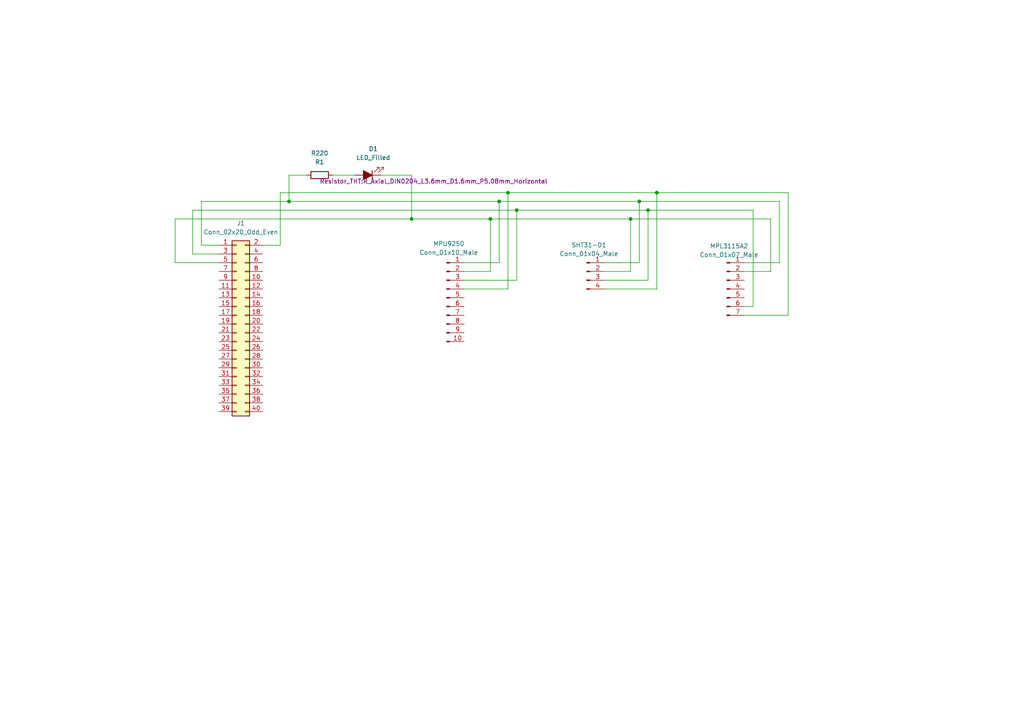
<source format=kicad_sch>
(kicad_sch (version 20211123) (generator eeschema)

  (uuid 3ee225a3-6072-48d0-974d-5f000b70bc5d)

  (paper "A4")

  (lib_symbols
    (symbol "Connector:Conn_01x04_Male" (pin_names (offset 1.016) hide) (in_bom yes) (on_board yes)
      (property "Reference" "J" (id 0) (at 0 5.08 0)
        (effects (font (size 1.27 1.27)))
      )
      (property "Value" "Conn_01x04_Male" (id 1) (at 0 -7.62 0)
        (effects (font (size 1.27 1.27)))
      )
      (property "Footprint" "" (id 2) (at 0 0 0)
        (effects (font (size 1.27 1.27)) hide)
      )
      (property "Datasheet" "~" (id 3) (at 0 0 0)
        (effects (font (size 1.27 1.27)) hide)
      )
      (property "ki_keywords" "connector" (id 4) (at 0 0 0)
        (effects (font (size 1.27 1.27)) hide)
      )
      (property "ki_description" "Generic connector, single row, 01x04, script generated (kicad-library-utils/schlib/autogen/connector/)" (id 5) (at 0 0 0)
        (effects (font (size 1.27 1.27)) hide)
      )
      (property "ki_fp_filters" "Connector*:*_1x??_*" (id 6) (at 0 0 0)
        (effects (font (size 1.27 1.27)) hide)
      )
      (symbol "Conn_01x04_Male_1_1"
        (polyline
          (pts
            (xy 1.27 -5.08)
            (xy 0.8636 -5.08)
          )
          (stroke (width 0.1524) (type default) (color 0 0 0 0))
          (fill (type none))
        )
        (polyline
          (pts
            (xy 1.27 -2.54)
            (xy 0.8636 -2.54)
          )
          (stroke (width 0.1524) (type default) (color 0 0 0 0))
          (fill (type none))
        )
        (polyline
          (pts
            (xy 1.27 0)
            (xy 0.8636 0)
          )
          (stroke (width 0.1524) (type default) (color 0 0 0 0))
          (fill (type none))
        )
        (polyline
          (pts
            (xy 1.27 2.54)
            (xy 0.8636 2.54)
          )
          (stroke (width 0.1524) (type default) (color 0 0 0 0))
          (fill (type none))
        )
        (rectangle (start 0.8636 -4.953) (end 0 -5.207)
          (stroke (width 0.1524) (type default) (color 0 0 0 0))
          (fill (type outline))
        )
        (rectangle (start 0.8636 -2.413) (end 0 -2.667)
          (stroke (width 0.1524) (type default) (color 0 0 0 0))
          (fill (type outline))
        )
        (rectangle (start 0.8636 0.127) (end 0 -0.127)
          (stroke (width 0.1524) (type default) (color 0 0 0 0))
          (fill (type outline))
        )
        (rectangle (start 0.8636 2.667) (end 0 2.413)
          (stroke (width 0.1524) (type default) (color 0 0 0 0))
          (fill (type outline))
        )
        (pin passive line (at 5.08 2.54 180) (length 3.81)
          (name "Pin_1" (effects (font (size 1.27 1.27))))
          (number "1" (effects (font (size 1.27 1.27))))
        )
        (pin passive line (at 5.08 0 180) (length 3.81)
          (name "Pin_2" (effects (font (size 1.27 1.27))))
          (number "2" (effects (font (size 1.27 1.27))))
        )
        (pin passive line (at 5.08 -2.54 180) (length 3.81)
          (name "Pin_3" (effects (font (size 1.27 1.27))))
          (number "3" (effects (font (size 1.27 1.27))))
        )
        (pin passive line (at 5.08 -5.08 180) (length 3.81)
          (name "Pin_4" (effects (font (size 1.27 1.27))))
          (number "4" (effects (font (size 1.27 1.27))))
        )
      )
    )
    (symbol "Connector:Conn_01x07_Male" (pin_names (offset 1.016) hide) (in_bom yes) (on_board yes)
      (property "Reference" "J" (id 0) (at 0 10.16 0)
        (effects (font (size 1.27 1.27)))
      )
      (property "Value" "Conn_01x07_Male" (id 1) (at 0 -10.16 0)
        (effects (font (size 1.27 1.27)))
      )
      (property "Footprint" "" (id 2) (at 0 0 0)
        (effects (font (size 1.27 1.27)) hide)
      )
      (property "Datasheet" "~" (id 3) (at 0 0 0)
        (effects (font (size 1.27 1.27)) hide)
      )
      (property "ki_keywords" "connector" (id 4) (at 0 0 0)
        (effects (font (size 1.27 1.27)) hide)
      )
      (property "ki_description" "Generic connector, single row, 01x07, script generated (kicad-library-utils/schlib/autogen/connector/)" (id 5) (at 0 0 0)
        (effects (font (size 1.27 1.27)) hide)
      )
      (property "ki_fp_filters" "Connector*:*_1x??_*" (id 6) (at 0 0 0)
        (effects (font (size 1.27 1.27)) hide)
      )
      (symbol "Conn_01x07_Male_1_1"
        (polyline
          (pts
            (xy 1.27 -7.62)
            (xy 0.8636 -7.62)
          )
          (stroke (width 0.1524) (type default) (color 0 0 0 0))
          (fill (type none))
        )
        (polyline
          (pts
            (xy 1.27 -5.08)
            (xy 0.8636 -5.08)
          )
          (stroke (width 0.1524) (type default) (color 0 0 0 0))
          (fill (type none))
        )
        (polyline
          (pts
            (xy 1.27 -2.54)
            (xy 0.8636 -2.54)
          )
          (stroke (width 0.1524) (type default) (color 0 0 0 0))
          (fill (type none))
        )
        (polyline
          (pts
            (xy 1.27 0)
            (xy 0.8636 0)
          )
          (stroke (width 0.1524) (type default) (color 0 0 0 0))
          (fill (type none))
        )
        (polyline
          (pts
            (xy 1.27 2.54)
            (xy 0.8636 2.54)
          )
          (stroke (width 0.1524) (type default) (color 0 0 0 0))
          (fill (type none))
        )
        (polyline
          (pts
            (xy 1.27 5.08)
            (xy 0.8636 5.08)
          )
          (stroke (width 0.1524) (type default) (color 0 0 0 0))
          (fill (type none))
        )
        (polyline
          (pts
            (xy 1.27 7.62)
            (xy 0.8636 7.62)
          )
          (stroke (width 0.1524) (type default) (color 0 0 0 0))
          (fill (type none))
        )
        (rectangle (start 0.8636 -7.493) (end 0 -7.747)
          (stroke (width 0.1524) (type default) (color 0 0 0 0))
          (fill (type outline))
        )
        (rectangle (start 0.8636 -4.953) (end 0 -5.207)
          (stroke (width 0.1524) (type default) (color 0 0 0 0))
          (fill (type outline))
        )
        (rectangle (start 0.8636 -2.413) (end 0 -2.667)
          (stroke (width 0.1524) (type default) (color 0 0 0 0))
          (fill (type outline))
        )
        (rectangle (start 0.8636 0.127) (end 0 -0.127)
          (stroke (width 0.1524) (type default) (color 0 0 0 0))
          (fill (type outline))
        )
        (rectangle (start 0.8636 2.667) (end 0 2.413)
          (stroke (width 0.1524) (type default) (color 0 0 0 0))
          (fill (type outline))
        )
        (rectangle (start 0.8636 5.207) (end 0 4.953)
          (stroke (width 0.1524) (type default) (color 0 0 0 0))
          (fill (type outline))
        )
        (rectangle (start 0.8636 7.747) (end 0 7.493)
          (stroke (width 0.1524) (type default) (color 0 0 0 0))
          (fill (type outline))
        )
        (pin passive line (at 5.08 7.62 180) (length 3.81)
          (name "Pin_1" (effects (font (size 1.27 1.27))))
          (number "1" (effects (font (size 1.27 1.27))))
        )
        (pin passive line (at 5.08 5.08 180) (length 3.81)
          (name "Pin_2" (effects (font (size 1.27 1.27))))
          (number "2" (effects (font (size 1.27 1.27))))
        )
        (pin passive line (at 5.08 2.54 180) (length 3.81)
          (name "Pin_3" (effects (font (size 1.27 1.27))))
          (number "3" (effects (font (size 1.27 1.27))))
        )
        (pin passive line (at 5.08 0 180) (length 3.81)
          (name "Pin_4" (effects (font (size 1.27 1.27))))
          (number "4" (effects (font (size 1.27 1.27))))
        )
        (pin passive line (at 5.08 -2.54 180) (length 3.81)
          (name "Pin_5" (effects (font (size 1.27 1.27))))
          (number "5" (effects (font (size 1.27 1.27))))
        )
        (pin passive line (at 5.08 -5.08 180) (length 3.81)
          (name "Pin_6" (effects (font (size 1.27 1.27))))
          (number "6" (effects (font (size 1.27 1.27))))
        )
        (pin passive line (at 5.08 -7.62 180) (length 3.81)
          (name "Pin_7" (effects (font (size 1.27 1.27))))
          (number "7" (effects (font (size 1.27 1.27))))
        )
      )
    )
    (symbol "Connector:Conn_01x10_Male" (pin_names (offset 1.016) hide) (in_bom yes) (on_board yes)
      (property "Reference" "J" (id 0) (at 0 12.7 0)
        (effects (font (size 1.27 1.27)))
      )
      (property "Value" "Conn_01x10_Male" (id 1) (at 0 -15.24 0)
        (effects (font (size 1.27 1.27)))
      )
      (property "Footprint" "" (id 2) (at 0 0 0)
        (effects (font (size 1.27 1.27)) hide)
      )
      (property "Datasheet" "~" (id 3) (at 0 0 0)
        (effects (font (size 1.27 1.27)) hide)
      )
      (property "ki_keywords" "connector" (id 4) (at 0 0 0)
        (effects (font (size 1.27 1.27)) hide)
      )
      (property "ki_description" "Generic connector, single row, 01x10, script generated (kicad-library-utils/schlib/autogen/connector/)" (id 5) (at 0 0 0)
        (effects (font (size 1.27 1.27)) hide)
      )
      (property "ki_fp_filters" "Connector*:*_1x??_*" (id 6) (at 0 0 0)
        (effects (font (size 1.27 1.27)) hide)
      )
      (symbol "Conn_01x10_Male_1_1"
        (polyline
          (pts
            (xy 1.27 -12.7)
            (xy 0.8636 -12.7)
          )
          (stroke (width 0.1524) (type default) (color 0 0 0 0))
          (fill (type none))
        )
        (polyline
          (pts
            (xy 1.27 -10.16)
            (xy 0.8636 -10.16)
          )
          (stroke (width 0.1524) (type default) (color 0 0 0 0))
          (fill (type none))
        )
        (polyline
          (pts
            (xy 1.27 -7.62)
            (xy 0.8636 -7.62)
          )
          (stroke (width 0.1524) (type default) (color 0 0 0 0))
          (fill (type none))
        )
        (polyline
          (pts
            (xy 1.27 -5.08)
            (xy 0.8636 -5.08)
          )
          (stroke (width 0.1524) (type default) (color 0 0 0 0))
          (fill (type none))
        )
        (polyline
          (pts
            (xy 1.27 -2.54)
            (xy 0.8636 -2.54)
          )
          (stroke (width 0.1524) (type default) (color 0 0 0 0))
          (fill (type none))
        )
        (polyline
          (pts
            (xy 1.27 0)
            (xy 0.8636 0)
          )
          (stroke (width 0.1524) (type default) (color 0 0 0 0))
          (fill (type none))
        )
        (polyline
          (pts
            (xy 1.27 2.54)
            (xy 0.8636 2.54)
          )
          (stroke (width 0.1524) (type default) (color 0 0 0 0))
          (fill (type none))
        )
        (polyline
          (pts
            (xy 1.27 5.08)
            (xy 0.8636 5.08)
          )
          (stroke (width 0.1524) (type default) (color 0 0 0 0))
          (fill (type none))
        )
        (polyline
          (pts
            (xy 1.27 7.62)
            (xy 0.8636 7.62)
          )
          (stroke (width 0.1524) (type default) (color 0 0 0 0))
          (fill (type none))
        )
        (polyline
          (pts
            (xy 1.27 10.16)
            (xy 0.8636 10.16)
          )
          (stroke (width 0.1524) (type default) (color 0 0 0 0))
          (fill (type none))
        )
        (rectangle (start 0.8636 -12.573) (end 0 -12.827)
          (stroke (width 0.1524) (type default) (color 0 0 0 0))
          (fill (type outline))
        )
        (rectangle (start 0.8636 -10.033) (end 0 -10.287)
          (stroke (width 0.1524) (type default) (color 0 0 0 0))
          (fill (type outline))
        )
        (rectangle (start 0.8636 -7.493) (end 0 -7.747)
          (stroke (width 0.1524) (type default) (color 0 0 0 0))
          (fill (type outline))
        )
        (rectangle (start 0.8636 -4.953) (end 0 -5.207)
          (stroke (width 0.1524) (type default) (color 0 0 0 0))
          (fill (type outline))
        )
        (rectangle (start 0.8636 -2.413) (end 0 -2.667)
          (stroke (width 0.1524) (type default) (color 0 0 0 0))
          (fill (type outline))
        )
        (rectangle (start 0.8636 0.127) (end 0 -0.127)
          (stroke (width 0.1524) (type default) (color 0 0 0 0))
          (fill (type outline))
        )
        (rectangle (start 0.8636 2.667) (end 0 2.413)
          (stroke (width 0.1524) (type default) (color 0 0 0 0))
          (fill (type outline))
        )
        (rectangle (start 0.8636 5.207) (end 0 4.953)
          (stroke (width 0.1524) (type default) (color 0 0 0 0))
          (fill (type outline))
        )
        (rectangle (start 0.8636 7.747) (end 0 7.493)
          (stroke (width 0.1524) (type default) (color 0 0 0 0))
          (fill (type outline))
        )
        (rectangle (start 0.8636 10.287) (end 0 10.033)
          (stroke (width 0.1524) (type default) (color 0 0 0 0))
          (fill (type outline))
        )
        (pin passive line (at 5.08 10.16 180) (length 3.81)
          (name "Pin_1" (effects (font (size 1.27 1.27))))
          (number "1" (effects (font (size 1.27 1.27))))
        )
        (pin passive line (at 5.08 -12.7 180) (length 3.81)
          (name "Pin_10" (effects (font (size 1.27 1.27))))
          (number "10" (effects (font (size 1.27 1.27))))
        )
        (pin passive line (at 5.08 7.62 180) (length 3.81)
          (name "Pin_2" (effects (font (size 1.27 1.27))))
          (number "2" (effects (font (size 1.27 1.27))))
        )
        (pin passive line (at 5.08 5.08 180) (length 3.81)
          (name "Pin_3" (effects (font (size 1.27 1.27))))
          (number "3" (effects (font (size 1.27 1.27))))
        )
        (pin passive line (at 5.08 2.54 180) (length 3.81)
          (name "Pin_4" (effects (font (size 1.27 1.27))))
          (number "4" (effects (font (size 1.27 1.27))))
        )
        (pin passive line (at 5.08 0 180) (length 3.81)
          (name "Pin_5" (effects (font (size 1.27 1.27))))
          (number "5" (effects (font (size 1.27 1.27))))
        )
        (pin passive line (at 5.08 -2.54 180) (length 3.81)
          (name "Pin_6" (effects (font (size 1.27 1.27))))
          (number "6" (effects (font (size 1.27 1.27))))
        )
        (pin passive line (at 5.08 -5.08 180) (length 3.81)
          (name "Pin_7" (effects (font (size 1.27 1.27))))
          (number "7" (effects (font (size 1.27 1.27))))
        )
        (pin passive line (at 5.08 -7.62 180) (length 3.81)
          (name "Pin_8" (effects (font (size 1.27 1.27))))
          (number "8" (effects (font (size 1.27 1.27))))
        )
        (pin passive line (at 5.08 -10.16 180) (length 3.81)
          (name "Pin_9" (effects (font (size 1.27 1.27))))
          (number "9" (effects (font (size 1.27 1.27))))
        )
      )
    )
    (symbol "Connector_Generic:Conn_02x20_Odd_Even" (pin_names (offset 1.016) hide) (in_bom yes) (on_board yes)
      (property "Reference" "J" (id 0) (at 1.27 25.4 0)
        (effects (font (size 1.27 1.27)))
      )
      (property "Value" "Conn_02x20_Odd_Even" (id 1) (at 1.27 -27.94 0)
        (effects (font (size 1.27 1.27)))
      )
      (property "Footprint" "" (id 2) (at 0 0 0)
        (effects (font (size 1.27 1.27)) hide)
      )
      (property "Datasheet" "~" (id 3) (at 0 0 0)
        (effects (font (size 1.27 1.27)) hide)
      )
      (property "ki_keywords" "connector" (id 4) (at 0 0 0)
        (effects (font (size 1.27 1.27)) hide)
      )
      (property "ki_description" "Generic connector, double row, 02x20, odd/even pin numbering scheme (row 1 odd numbers, row 2 even numbers), script generated (kicad-library-utils/schlib/autogen/connector/)" (id 5) (at 0 0 0)
        (effects (font (size 1.27 1.27)) hide)
      )
      (property "ki_fp_filters" "Connector*:*_2x??_*" (id 6) (at 0 0 0)
        (effects (font (size 1.27 1.27)) hide)
      )
      (symbol "Conn_02x20_Odd_Even_1_1"
        (rectangle (start -1.27 -25.273) (end 0 -25.527)
          (stroke (width 0.1524) (type default) (color 0 0 0 0))
          (fill (type none))
        )
        (rectangle (start -1.27 -22.733) (end 0 -22.987)
          (stroke (width 0.1524) (type default) (color 0 0 0 0))
          (fill (type none))
        )
        (rectangle (start -1.27 -20.193) (end 0 -20.447)
          (stroke (width 0.1524) (type default) (color 0 0 0 0))
          (fill (type none))
        )
        (rectangle (start -1.27 -17.653) (end 0 -17.907)
          (stroke (width 0.1524) (type default) (color 0 0 0 0))
          (fill (type none))
        )
        (rectangle (start -1.27 -15.113) (end 0 -15.367)
          (stroke (width 0.1524) (type default) (color 0 0 0 0))
          (fill (type none))
        )
        (rectangle (start -1.27 -12.573) (end 0 -12.827)
          (stroke (width 0.1524) (type default) (color 0 0 0 0))
          (fill (type none))
        )
        (rectangle (start -1.27 -10.033) (end 0 -10.287)
          (stroke (width 0.1524) (type default) (color 0 0 0 0))
          (fill (type none))
        )
        (rectangle (start -1.27 -7.493) (end 0 -7.747)
          (stroke (width 0.1524) (type default) (color 0 0 0 0))
          (fill (type none))
        )
        (rectangle (start -1.27 -4.953) (end 0 -5.207)
          (stroke (width 0.1524) (type default) (color 0 0 0 0))
          (fill (type none))
        )
        (rectangle (start -1.27 -2.413) (end 0 -2.667)
          (stroke (width 0.1524) (type default) (color 0 0 0 0))
          (fill (type none))
        )
        (rectangle (start -1.27 0.127) (end 0 -0.127)
          (stroke (width 0.1524) (type default) (color 0 0 0 0))
          (fill (type none))
        )
        (rectangle (start -1.27 2.667) (end 0 2.413)
          (stroke (width 0.1524) (type default) (color 0 0 0 0))
          (fill (type none))
        )
        (rectangle (start -1.27 5.207) (end 0 4.953)
          (stroke (width 0.1524) (type default) (color 0 0 0 0))
          (fill (type none))
        )
        (rectangle (start -1.27 7.747) (end 0 7.493)
          (stroke (width 0.1524) (type default) (color 0 0 0 0))
          (fill (type none))
        )
        (rectangle (start -1.27 10.287) (end 0 10.033)
          (stroke (width 0.1524) (type default) (color 0 0 0 0))
          (fill (type none))
        )
        (rectangle (start -1.27 12.827) (end 0 12.573)
          (stroke (width 0.1524) (type default) (color 0 0 0 0))
          (fill (type none))
        )
        (rectangle (start -1.27 15.367) (end 0 15.113)
          (stroke (width 0.1524) (type default) (color 0 0 0 0))
          (fill (type none))
        )
        (rectangle (start -1.27 17.907) (end 0 17.653)
          (stroke (width 0.1524) (type default) (color 0 0 0 0))
          (fill (type none))
        )
        (rectangle (start -1.27 20.447) (end 0 20.193)
          (stroke (width 0.1524) (type default) (color 0 0 0 0))
          (fill (type none))
        )
        (rectangle (start -1.27 22.987) (end 0 22.733)
          (stroke (width 0.1524) (type default) (color 0 0 0 0))
          (fill (type none))
        )
        (rectangle (start -1.27 24.13) (end 3.81 -26.67)
          (stroke (width 0.254) (type default) (color 0 0 0 0))
          (fill (type background))
        )
        (rectangle (start 3.81 -25.273) (end 2.54 -25.527)
          (stroke (width 0.1524) (type default) (color 0 0 0 0))
          (fill (type none))
        )
        (rectangle (start 3.81 -22.733) (end 2.54 -22.987)
          (stroke (width 0.1524) (type default) (color 0 0 0 0))
          (fill (type none))
        )
        (rectangle (start 3.81 -20.193) (end 2.54 -20.447)
          (stroke (width 0.1524) (type default) (color 0 0 0 0))
          (fill (type none))
        )
        (rectangle (start 3.81 -17.653) (end 2.54 -17.907)
          (stroke (width 0.1524) (type default) (color 0 0 0 0))
          (fill (type none))
        )
        (rectangle (start 3.81 -15.113) (end 2.54 -15.367)
          (stroke (width 0.1524) (type default) (color 0 0 0 0))
          (fill (type none))
        )
        (rectangle (start 3.81 -12.573) (end 2.54 -12.827)
          (stroke (width 0.1524) (type default) (color 0 0 0 0))
          (fill (type none))
        )
        (rectangle (start 3.81 -10.033) (end 2.54 -10.287)
          (stroke (width 0.1524) (type default) (color 0 0 0 0))
          (fill (type none))
        )
        (rectangle (start 3.81 -7.493) (end 2.54 -7.747)
          (stroke (width 0.1524) (type default) (color 0 0 0 0))
          (fill (type none))
        )
        (rectangle (start 3.81 -4.953) (end 2.54 -5.207)
          (stroke (width 0.1524) (type default) (color 0 0 0 0))
          (fill (type none))
        )
        (rectangle (start 3.81 -2.413) (end 2.54 -2.667)
          (stroke (width 0.1524) (type default) (color 0 0 0 0))
          (fill (type none))
        )
        (rectangle (start 3.81 0.127) (end 2.54 -0.127)
          (stroke (width 0.1524) (type default) (color 0 0 0 0))
          (fill (type none))
        )
        (rectangle (start 3.81 2.667) (end 2.54 2.413)
          (stroke (width 0.1524) (type default) (color 0 0 0 0))
          (fill (type none))
        )
        (rectangle (start 3.81 5.207) (end 2.54 4.953)
          (stroke (width 0.1524) (type default) (color 0 0 0 0))
          (fill (type none))
        )
        (rectangle (start 3.81 7.747) (end 2.54 7.493)
          (stroke (width 0.1524) (type default) (color 0 0 0 0))
          (fill (type none))
        )
        (rectangle (start 3.81 10.287) (end 2.54 10.033)
          (stroke (width 0.1524) (type default) (color 0 0 0 0))
          (fill (type none))
        )
        (rectangle (start 3.81 12.827) (end 2.54 12.573)
          (stroke (width 0.1524) (type default) (color 0 0 0 0))
          (fill (type none))
        )
        (rectangle (start 3.81 15.367) (end 2.54 15.113)
          (stroke (width 0.1524) (type default) (color 0 0 0 0))
          (fill (type none))
        )
        (rectangle (start 3.81 17.907) (end 2.54 17.653)
          (stroke (width 0.1524) (type default) (color 0 0 0 0))
          (fill (type none))
        )
        (rectangle (start 3.81 20.447) (end 2.54 20.193)
          (stroke (width 0.1524) (type default) (color 0 0 0 0))
          (fill (type none))
        )
        (rectangle (start 3.81 22.987) (end 2.54 22.733)
          (stroke (width 0.1524) (type default) (color 0 0 0 0))
          (fill (type none))
        )
        (pin passive line (at -5.08 22.86 0) (length 3.81)
          (name "Pin_1" (effects (font (size 1.27 1.27))))
          (number "1" (effects (font (size 1.27 1.27))))
        )
        (pin passive line (at 7.62 12.7 180) (length 3.81)
          (name "Pin_10" (effects (font (size 1.27 1.27))))
          (number "10" (effects (font (size 1.27 1.27))))
        )
        (pin passive line (at -5.08 10.16 0) (length 3.81)
          (name "Pin_11" (effects (font (size 1.27 1.27))))
          (number "11" (effects (font (size 1.27 1.27))))
        )
        (pin passive line (at 7.62 10.16 180) (length 3.81)
          (name "Pin_12" (effects (font (size 1.27 1.27))))
          (number "12" (effects (font (size 1.27 1.27))))
        )
        (pin passive line (at -5.08 7.62 0) (length 3.81)
          (name "Pin_13" (effects (font (size 1.27 1.27))))
          (number "13" (effects (font (size 1.27 1.27))))
        )
        (pin passive line (at 7.62 7.62 180) (length 3.81)
          (name "Pin_14" (effects (font (size 1.27 1.27))))
          (number "14" (effects (font (size 1.27 1.27))))
        )
        (pin passive line (at -5.08 5.08 0) (length 3.81)
          (name "Pin_15" (effects (font (size 1.27 1.27))))
          (number "15" (effects (font (size 1.27 1.27))))
        )
        (pin passive line (at 7.62 5.08 180) (length 3.81)
          (name "Pin_16" (effects (font (size 1.27 1.27))))
          (number "16" (effects (font (size 1.27 1.27))))
        )
        (pin passive line (at -5.08 2.54 0) (length 3.81)
          (name "Pin_17" (effects (font (size 1.27 1.27))))
          (number "17" (effects (font (size 1.27 1.27))))
        )
        (pin passive line (at 7.62 2.54 180) (length 3.81)
          (name "Pin_18" (effects (font (size 1.27 1.27))))
          (number "18" (effects (font (size 1.27 1.27))))
        )
        (pin passive line (at -5.08 0 0) (length 3.81)
          (name "Pin_19" (effects (font (size 1.27 1.27))))
          (number "19" (effects (font (size 1.27 1.27))))
        )
        (pin passive line (at 7.62 22.86 180) (length 3.81)
          (name "Pin_2" (effects (font (size 1.27 1.27))))
          (number "2" (effects (font (size 1.27 1.27))))
        )
        (pin passive line (at 7.62 0 180) (length 3.81)
          (name "Pin_20" (effects (font (size 1.27 1.27))))
          (number "20" (effects (font (size 1.27 1.27))))
        )
        (pin passive line (at -5.08 -2.54 0) (length 3.81)
          (name "Pin_21" (effects (font (size 1.27 1.27))))
          (number "21" (effects (font (size 1.27 1.27))))
        )
        (pin passive line (at 7.62 -2.54 180) (length 3.81)
          (name "Pin_22" (effects (font (size 1.27 1.27))))
          (number "22" (effects (font (size 1.27 1.27))))
        )
        (pin passive line (at -5.08 -5.08 0) (length 3.81)
          (name "Pin_23" (effects (font (size 1.27 1.27))))
          (number "23" (effects (font (size 1.27 1.27))))
        )
        (pin passive line (at 7.62 -5.08 180) (length 3.81)
          (name "Pin_24" (effects (font (size 1.27 1.27))))
          (number "24" (effects (font (size 1.27 1.27))))
        )
        (pin passive line (at -5.08 -7.62 0) (length 3.81)
          (name "Pin_25" (effects (font (size 1.27 1.27))))
          (number "25" (effects (font (size 1.27 1.27))))
        )
        (pin passive line (at 7.62 -7.62 180) (length 3.81)
          (name "Pin_26" (effects (font (size 1.27 1.27))))
          (number "26" (effects (font (size 1.27 1.27))))
        )
        (pin passive line (at -5.08 -10.16 0) (length 3.81)
          (name "Pin_27" (effects (font (size 1.27 1.27))))
          (number "27" (effects (font (size 1.27 1.27))))
        )
        (pin passive line (at 7.62 -10.16 180) (length 3.81)
          (name "Pin_28" (effects (font (size 1.27 1.27))))
          (number "28" (effects (font (size 1.27 1.27))))
        )
        (pin passive line (at -5.08 -12.7 0) (length 3.81)
          (name "Pin_29" (effects (font (size 1.27 1.27))))
          (number "29" (effects (font (size 1.27 1.27))))
        )
        (pin passive line (at -5.08 20.32 0) (length 3.81)
          (name "Pin_3" (effects (font (size 1.27 1.27))))
          (number "3" (effects (font (size 1.27 1.27))))
        )
        (pin passive line (at 7.62 -12.7 180) (length 3.81)
          (name "Pin_30" (effects (font (size 1.27 1.27))))
          (number "30" (effects (font (size 1.27 1.27))))
        )
        (pin passive line (at -5.08 -15.24 0) (length 3.81)
          (name "Pin_31" (effects (font (size 1.27 1.27))))
          (number "31" (effects (font (size 1.27 1.27))))
        )
        (pin passive line (at 7.62 -15.24 180) (length 3.81)
          (name "Pin_32" (effects (font (size 1.27 1.27))))
          (number "32" (effects (font (size 1.27 1.27))))
        )
        (pin passive line (at -5.08 -17.78 0) (length 3.81)
          (name "Pin_33" (effects (font (size 1.27 1.27))))
          (number "33" (effects (font (size 1.27 1.27))))
        )
        (pin passive line (at 7.62 -17.78 180) (length 3.81)
          (name "Pin_34" (effects (font (size 1.27 1.27))))
          (number "34" (effects (font (size 1.27 1.27))))
        )
        (pin passive line (at -5.08 -20.32 0) (length 3.81)
          (name "Pin_35" (effects (font (size 1.27 1.27))))
          (number "35" (effects (font (size 1.27 1.27))))
        )
        (pin passive line (at 7.62 -20.32 180) (length 3.81)
          (name "Pin_36" (effects (font (size 1.27 1.27))))
          (number "36" (effects (font (size 1.27 1.27))))
        )
        (pin passive line (at -5.08 -22.86 0) (length 3.81)
          (name "Pin_37" (effects (font (size 1.27 1.27))))
          (number "37" (effects (font (size 1.27 1.27))))
        )
        (pin passive line (at 7.62 -22.86 180) (length 3.81)
          (name "Pin_38" (effects (font (size 1.27 1.27))))
          (number "38" (effects (font (size 1.27 1.27))))
        )
        (pin passive line (at -5.08 -25.4 0) (length 3.81)
          (name "Pin_39" (effects (font (size 1.27 1.27))))
          (number "39" (effects (font (size 1.27 1.27))))
        )
        (pin passive line (at 7.62 20.32 180) (length 3.81)
          (name "Pin_4" (effects (font (size 1.27 1.27))))
          (number "4" (effects (font (size 1.27 1.27))))
        )
        (pin passive line (at 7.62 -25.4 180) (length 3.81)
          (name "Pin_40" (effects (font (size 1.27 1.27))))
          (number "40" (effects (font (size 1.27 1.27))))
        )
        (pin passive line (at -5.08 17.78 0) (length 3.81)
          (name "Pin_5" (effects (font (size 1.27 1.27))))
          (number "5" (effects (font (size 1.27 1.27))))
        )
        (pin passive line (at 7.62 17.78 180) (length 3.81)
          (name "Pin_6" (effects (font (size 1.27 1.27))))
          (number "6" (effects (font (size 1.27 1.27))))
        )
        (pin passive line (at -5.08 15.24 0) (length 3.81)
          (name "Pin_7" (effects (font (size 1.27 1.27))))
          (number "7" (effects (font (size 1.27 1.27))))
        )
        (pin passive line (at 7.62 15.24 180) (length 3.81)
          (name "Pin_8" (effects (font (size 1.27 1.27))))
          (number "8" (effects (font (size 1.27 1.27))))
        )
        (pin passive line (at -5.08 12.7 0) (length 3.81)
          (name "Pin_9" (effects (font (size 1.27 1.27))))
          (number "9" (effects (font (size 1.27 1.27))))
        )
      )
    )
    (symbol "Device:LED_Filled" (pin_numbers hide) (pin_names (offset 1.016) hide) (in_bom yes) (on_board yes)
      (property "Reference" "D" (id 0) (at 0 2.54 0)
        (effects (font (size 1.27 1.27)))
      )
      (property "Value" "LED_Filled" (id 1) (at 0 -2.54 0)
        (effects (font (size 1.27 1.27)))
      )
      (property "Footprint" "" (id 2) (at 0 0 0)
        (effects (font (size 1.27 1.27)) hide)
      )
      (property "Datasheet" "~" (id 3) (at 0 0 0)
        (effects (font (size 1.27 1.27)) hide)
      )
      (property "ki_keywords" "LED diode" (id 4) (at 0 0 0)
        (effects (font (size 1.27 1.27)) hide)
      )
      (property "ki_description" "Light emitting diode, filled shape" (id 5) (at 0 0 0)
        (effects (font (size 1.27 1.27)) hide)
      )
      (property "ki_fp_filters" "LED* LED_SMD:* LED_THT:*" (id 6) (at 0 0 0)
        (effects (font (size 1.27 1.27)) hide)
      )
      (symbol "LED_Filled_0_1"
        (polyline
          (pts
            (xy -1.27 -1.27)
            (xy -1.27 1.27)
          )
          (stroke (width 0.254) (type default) (color 0 0 0 0))
          (fill (type none))
        )
        (polyline
          (pts
            (xy -1.27 0)
            (xy 1.27 0)
          )
          (stroke (width 0) (type default) (color 0 0 0 0))
          (fill (type none))
        )
        (polyline
          (pts
            (xy 1.27 -1.27)
            (xy 1.27 1.27)
            (xy -1.27 0)
            (xy 1.27 -1.27)
          )
          (stroke (width 0.254) (type default) (color 0 0 0 0))
          (fill (type outline))
        )
        (polyline
          (pts
            (xy -3.048 -0.762)
            (xy -4.572 -2.286)
            (xy -3.81 -2.286)
            (xy -4.572 -2.286)
            (xy -4.572 -1.524)
          )
          (stroke (width 0) (type default) (color 0 0 0 0))
          (fill (type none))
        )
        (polyline
          (pts
            (xy -1.778 -0.762)
            (xy -3.302 -2.286)
            (xy -2.54 -2.286)
            (xy -3.302 -2.286)
            (xy -3.302 -1.524)
          )
          (stroke (width 0) (type default) (color 0 0 0 0))
          (fill (type none))
        )
      )
      (symbol "LED_Filled_1_1"
        (pin passive line (at -3.81 0 0) (length 2.54)
          (name "K" (effects (font (size 1.27 1.27))))
          (number "1" (effects (font (size 1.27 1.27))))
        )
        (pin passive line (at 3.81 0 180) (length 2.54)
          (name "A" (effects (font (size 1.27 1.27))))
          (number "2" (effects (font (size 1.27 1.27))))
        )
      )
    )
    (symbol "Device:R" (pin_numbers hide) (pin_names (offset 0)) (in_bom yes) (on_board yes)
      (property "Reference" "R" (id 0) (at 2.032 0 90)
        (effects (font (size 1.27 1.27)))
      )
      (property "Value" "R" (id 1) (at 0 0 90)
        (effects (font (size 1.27 1.27)))
      )
      (property "Footprint" "" (id 2) (at -1.778 0 90)
        (effects (font (size 1.27 1.27)) hide)
      )
      (property "Datasheet" "~" (id 3) (at 0 0 0)
        (effects (font (size 1.27 1.27)) hide)
      )
      (property "ki_keywords" "R res resistor" (id 4) (at 0 0 0)
        (effects (font (size 1.27 1.27)) hide)
      )
      (property "ki_description" "Resistor" (id 5) (at 0 0 0)
        (effects (font (size 1.27 1.27)) hide)
      )
      (property "ki_fp_filters" "R_*" (id 6) (at 0 0 0)
        (effects (font (size 1.27 1.27)) hide)
      )
      (symbol "R_0_1"
        (rectangle (start -1.016 -2.54) (end 1.016 2.54)
          (stroke (width 0.254) (type default) (color 0 0 0 0))
          (fill (type none))
        )
      )
      (symbol "R_1_1"
        (pin passive line (at 0 3.81 270) (length 1.27)
          (name "~" (effects (font (size 1.27 1.27))))
          (number "1" (effects (font (size 1.27 1.27))))
        )
        (pin passive line (at 0 -3.81 90) (length 1.27)
          (name "~" (effects (font (size 1.27 1.27))))
          (number "2" (effects (font (size 1.27 1.27))))
        )
      )
    )
  )

  (junction (at 185.42 58.42) (diameter 0) (color 0 0 0 0)
    (uuid 1f2320e1-2aee-45f5-bbcb-02b33b856b59)
  )
  (junction (at 149.86 60.96) (diameter 0) (color 0 0 0 0)
    (uuid 2cabedc6-cdb1-43a8-b182-bd77faab540d)
  )
  (junction (at 142.24 63.5) (diameter 0) (color 0 0 0 0)
    (uuid 59a1ce8a-47c9-408c-a5e8-bf7ad34ff2e5)
  )
  (junction (at 190.5 55.88) (diameter 0) (color 0 0 0 0)
    (uuid 78cd7ccd-d46e-41a9-8c43-a7f65598d91d)
  )
  (junction (at 119.38 63.5) (diameter 0) (color 0 0 0 0)
    (uuid 93cd101f-0636-4c79-b4cd-82a8352194b0)
  )
  (junction (at 83.82 58.42) (diameter 0) (color 0 0 0 0)
    (uuid a1e67d12-5d20-4ffc-bff4-4c09a5174221)
  )
  (junction (at 187.96 60.96) (diameter 0) (color 0 0 0 0)
    (uuid a7fa0dd3-b95e-4c10-877a-6c89144e634e)
  )
  (junction (at 144.78 58.42) (diameter 0) (color 0 0 0 0)
    (uuid e01c4e43-278a-43f4-bc71-f4aa3987bfe3)
  )
  (junction (at 182.88 63.5) (diameter 0) (color 0 0 0 0)
    (uuid e86a3615-48be-4913-9f4a-9457d2282077)
  )
  (junction (at 147.32 55.88) (diameter 0) (color 0 0 0 0)
    (uuid fc644d2a-f194-4da6-bfd1-e98d1ad1e150)
  )

  (wire (pts (xy 215.9 88.9) (xy 218.44 88.9))
    (stroke (width 0) (type default) (color 0 0 0 0))
    (uuid 0688c14f-146e-4854-a5ef-766007b79d1a)
  )
  (wire (pts (xy 110.49 50.8) (xy 119.38 50.8))
    (stroke (width 0) (type default) (color 0 0 0 0))
    (uuid 090f2e74-f666-422b-a6cf-240698bd18b7)
  )
  (wire (pts (xy 182.88 63.5) (xy 223.52 63.5))
    (stroke (width 0) (type default) (color 0 0 0 0))
    (uuid 120caf21-1776-40af-9c57-a4706270ce7c)
  )
  (wire (pts (xy 58.42 71.12) (xy 58.42 58.42))
    (stroke (width 0) (type default) (color 0 0 0 0))
    (uuid 1d643386-fb15-4203-98be-1f6b44509d39)
  )
  (wire (pts (xy 185.42 58.42) (xy 226.06 58.42))
    (stroke (width 0) (type default) (color 0 0 0 0))
    (uuid 1e57619d-b6cc-4f24-8974-0256688582c8)
  )
  (wire (pts (xy 223.52 63.5) (xy 223.52 78.74))
    (stroke (width 0) (type default) (color 0 0 0 0))
    (uuid 1ebc6c36-9b04-4b6a-89fb-5d5129f70529)
  )
  (wire (pts (xy 134.62 81.28) (xy 149.86 81.28))
    (stroke (width 0) (type default) (color 0 0 0 0))
    (uuid 20ef810b-50a9-4e3b-b9e0-a0e6bd2d91d0)
  )
  (wire (pts (xy 119.38 63.5) (xy 142.24 63.5))
    (stroke (width 0) (type default) (color 0 0 0 0))
    (uuid 27de6c40-a784-48bb-b417-df8f30b43de6)
  )
  (wire (pts (xy 175.26 78.74) (xy 182.88 78.74))
    (stroke (width 0) (type default) (color 0 0 0 0))
    (uuid 2ba44b39-bcad-4827-b713-04af1898dc33)
  )
  (wire (pts (xy 88.9 50.8) (xy 83.82 50.8))
    (stroke (width 0) (type default) (color 0 0 0 0))
    (uuid 2ba786f5-f485-488c-80e2-7139be7cafa1)
  )
  (wire (pts (xy 81.28 71.12) (xy 76.2 71.12))
    (stroke (width 0) (type default) (color 0 0 0 0))
    (uuid 336dd89d-cb56-4ebf-80fc-e2e226483e32)
  )
  (wire (pts (xy 187.96 81.28) (xy 187.96 60.96))
    (stroke (width 0) (type default) (color 0 0 0 0))
    (uuid 3755d375-753d-4655-be60-57ae5f9ce871)
  )
  (wire (pts (xy 50.8 76.2) (xy 63.5 76.2))
    (stroke (width 0) (type default) (color 0 0 0 0))
    (uuid 4115039c-a6df-4e7f-8947-4589a09feb34)
  )
  (wire (pts (xy 226.06 76.2) (xy 215.9 76.2))
    (stroke (width 0) (type default) (color 0 0 0 0))
    (uuid 4cc1aa2c-4729-494c-a3d5-4b8477b4b1c9)
  )
  (wire (pts (xy 134.62 78.74) (xy 142.24 78.74))
    (stroke (width 0) (type default) (color 0 0 0 0))
    (uuid 5006b2d3-4200-4bcb-b0d3-305d804a3f37)
  )
  (wire (pts (xy 147.32 83.82) (xy 134.62 83.82))
    (stroke (width 0) (type default) (color 0 0 0 0))
    (uuid 52f2f6f2-2d52-4316-b327-4079850488e6)
  )
  (wire (pts (xy 226.06 58.42) (xy 226.06 76.2))
    (stroke (width 0) (type default) (color 0 0 0 0))
    (uuid 542167fa-7846-440b-937d-1f0526cc7ad9)
  )
  (wire (pts (xy 149.86 81.28) (xy 149.86 60.96))
    (stroke (width 0) (type default) (color 0 0 0 0))
    (uuid 586401cf-b8c1-46d0-a5ee-eabde44edadf)
  )
  (wire (pts (xy 190.5 55.88) (xy 147.32 55.88))
    (stroke (width 0) (type default) (color 0 0 0 0))
    (uuid 5ea01e62-c5e9-475c-9474-75bb351e625a)
  )
  (wire (pts (xy 50.8 76.2) (xy 50.8 63.5))
    (stroke (width 0) (type default) (color 0 0 0 0))
    (uuid 689e01d5-6387-489e-aec7-afcff20ebb8c)
  )
  (wire (pts (xy 187.96 60.96) (xy 218.44 60.96))
    (stroke (width 0) (type default) (color 0 0 0 0))
    (uuid 7564fb05-53c4-45bc-80c2-9c2eba81c23d)
  )
  (wire (pts (xy 119.38 50.8) (xy 119.38 63.5))
    (stroke (width 0) (type default) (color 0 0 0 0))
    (uuid 8273dc75-6c53-4134-b89b-82482df92def)
  )
  (wire (pts (xy 142.24 78.74) (xy 142.24 63.5))
    (stroke (width 0) (type default) (color 0 0 0 0))
    (uuid 85d63e89-77d3-47d5-9348-c8a0ac015881)
  )
  (wire (pts (xy 228.6 55.88) (xy 190.5 55.88))
    (stroke (width 0) (type default) (color 0 0 0 0))
    (uuid 90e9882b-f88b-49cd-96d3-e2a92721f017)
  )
  (wire (pts (xy 185.42 76.2) (xy 185.42 58.42))
    (stroke (width 0) (type default) (color 0 0 0 0))
    (uuid 9a3b728f-eec3-467f-a72c-92230010f4b0)
  )
  (wire (pts (xy 55.88 73.66) (xy 63.5 73.66))
    (stroke (width 0) (type default) (color 0 0 0 0))
    (uuid 9f7c9b56-e43a-4624-aa83-64378df85354)
  )
  (wire (pts (xy 190.5 83.82) (xy 190.5 55.88))
    (stroke (width 0) (type default) (color 0 0 0 0))
    (uuid a1d8c33e-d391-4e41-a8cb-25fb61984459)
  )
  (wire (pts (xy 96.52 50.8) (xy 102.87 50.8))
    (stroke (width 0) (type default) (color 0 0 0 0))
    (uuid a39070cf-56b9-4dd4-a629-0ca0b8f3b3a0)
  )
  (wire (pts (xy 215.9 91.44) (xy 228.6 91.44))
    (stroke (width 0) (type default) (color 0 0 0 0))
    (uuid a8403937-8021-4243-b6b1-6604749c9682)
  )
  (wire (pts (xy 149.86 60.96) (xy 187.96 60.96))
    (stroke (width 0) (type default) (color 0 0 0 0))
    (uuid aee6254c-4c8f-41a6-b2a4-9c3340ce0a76)
  )
  (wire (pts (xy 175.26 81.28) (xy 187.96 81.28))
    (stroke (width 0) (type default) (color 0 0 0 0))
    (uuid af82bc4a-25e4-441f-a442-29058cf0d989)
  )
  (wire (pts (xy 81.28 55.88) (xy 147.32 55.88))
    (stroke (width 0) (type default) (color 0 0 0 0))
    (uuid b7c38b16-4f7d-4465-9cb1-df57cb3dc415)
  )
  (wire (pts (xy 81.28 55.88) (xy 81.28 71.12))
    (stroke (width 0) (type default) (color 0 0 0 0))
    (uuid bf64eec2-c10d-4379-8a1b-f965e0224b0c)
  )
  (wire (pts (xy 58.42 71.12) (xy 63.5 71.12))
    (stroke (width 0) (type default) (color 0 0 0 0))
    (uuid c142a8cd-6261-41a8-977d-babdda0bb9f2)
  )
  (wire (pts (xy 175.26 76.2) (xy 185.42 76.2))
    (stroke (width 0) (type default) (color 0 0 0 0))
    (uuid c87d691f-3a88-49e3-9774-2cf4a830cb8b)
  )
  (wire (pts (xy 228.6 91.44) (xy 228.6 55.88))
    (stroke (width 0) (type default) (color 0 0 0 0))
    (uuid c8970bfd-0292-4ece-8b0c-7395463eaa6d)
  )
  (wire (pts (xy 144.78 76.2) (xy 144.78 58.42))
    (stroke (width 0) (type default) (color 0 0 0 0))
    (uuid cffe4f3a-2f03-4b1d-b8df-61eaa15e2c10)
  )
  (wire (pts (xy 55.88 60.96) (xy 149.86 60.96))
    (stroke (width 0) (type default) (color 0 0 0 0))
    (uuid d0988488-bbb2-4ffd-9b0b-311f8adcc144)
  )
  (wire (pts (xy 55.88 73.66) (xy 55.88 60.96))
    (stroke (width 0) (type default) (color 0 0 0 0))
    (uuid d9672e54-b684-46de-90c3-ca933340b996)
  )
  (wire (pts (xy 223.52 78.74) (xy 215.9 78.74))
    (stroke (width 0) (type default) (color 0 0 0 0))
    (uuid db4be0c4-2f54-4041-b0e1-c72c6dd7795d)
  )
  (wire (pts (xy 58.42 58.42) (xy 83.82 58.42))
    (stroke (width 0) (type default) (color 0 0 0 0))
    (uuid dbf4fd70-2f81-480f-9587-9c46507594a6)
  )
  (wire (pts (xy 50.8 63.5) (xy 119.38 63.5))
    (stroke (width 0) (type default) (color 0 0 0 0))
    (uuid dd510be5-60c0-4326-adf3-3186f2a04e1e)
  )
  (wire (pts (xy 134.62 76.2) (xy 144.78 76.2))
    (stroke (width 0) (type default) (color 0 0 0 0))
    (uuid dd74b93a-0d6c-40dc-9aea-c96b541f372a)
  )
  (wire (pts (xy 83.82 58.42) (xy 144.78 58.42))
    (stroke (width 0) (type default) (color 0 0 0 0))
    (uuid df4a1fe7-8613-474c-b64d-814709f8885f)
  )
  (wire (pts (xy 147.32 55.88) (xy 147.32 83.82))
    (stroke (width 0) (type default) (color 0 0 0 0))
    (uuid e783dad5-1a97-4442-98a3-c608c4a8e7af)
  )
  (wire (pts (xy 175.26 83.82) (xy 190.5 83.82))
    (stroke (width 0) (type default) (color 0 0 0 0))
    (uuid eb21c746-0d58-454c-88e5-c92b27293461)
  )
  (wire (pts (xy 83.82 50.8) (xy 83.82 58.42))
    (stroke (width 0) (type default) (color 0 0 0 0))
    (uuid f037a175-f80d-47cc-8d2c-d006a25d7a64)
  )
  (wire (pts (xy 144.78 58.42) (xy 185.42 58.42))
    (stroke (width 0) (type default) (color 0 0 0 0))
    (uuid faae146f-d6ab-4227-877a-f0d7b816c7bc)
  )
  (wire (pts (xy 142.24 63.5) (xy 182.88 63.5))
    (stroke (width 0) (type default) (color 0 0 0 0))
    (uuid fad9774b-1523-4107-af7c-b184cd1296e0)
  )
  (wire (pts (xy 182.88 78.74) (xy 182.88 63.5))
    (stroke (width 0) (type default) (color 0 0 0 0))
    (uuid fe030a89-7257-4368-94be-78571761a29e)
  )
  (wire (pts (xy 218.44 60.96) (xy 218.44 88.9))
    (stroke (width 0) (type default) (color 0 0 0 0))
    (uuid ff7fd8b3-0f2f-46cb-83e3-67a5646d4a48)
  )

  (symbol (lib_id "Connector:Conn_01x07_Male") (at 210.82 83.82 0) (unit 1)
    (in_bom yes) (on_board yes) (fields_autoplaced)
    (uuid 0842b2ac-83ba-4299-b785-f737d601cd71)
    (property "Reference" "MPL3115A2" (id 0) (at 211.455 71.374 0))
    (property "Value" "Conn_01x07_Male" (id 1) (at 211.455 73.914 0))
    (property "Footprint" "Connector_PinHeader_2.54mm:PinHeader_1x07_P2.54mm_Vertical" (id 2) (at 210.82 83.82 0)
      (effects (font (size 1.27 1.27)) hide)
    )
    (property "Datasheet" "~" (id 3) (at 210.82 83.82 0)
      (effects (font (size 1.27 1.27)) hide)
    )
    (pin "1" (uuid 32e9f54d-2537-4aa5-a240-3bb38c39ae89))
    (pin "2" (uuid c07f648c-714d-4ff8-9bd8-42fc9ce0f597))
    (pin "3" (uuid f7fcc414-95b6-4535-bf62-1aa2346b527f))
    (pin "4" (uuid e78755aa-71c0-49d7-9eb9-2412ac484a07))
    (pin "5" (uuid e64aab6a-b9da-471a-b4f3-d5931986810a))
    (pin "6" (uuid d8a615a0-1486-4eb4-801b-e9d7ffaa50e9))
    (pin "7" (uuid f84bef4c-bf4b-4f8c-a8e0-c824c6e79e4f))
  )

  (symbol (lib_id "Connector:Conn_01x04_Male") (at 170.18 78.74 0) (unit 1)
    (in_bom yes) (on_board yes)
    (uuid 5a8e0ad9-4ecc-4718-b877-ebeb2c4dd01f)
    (property "Reference" "SHT31-D1" (id 0) (at 170.815 71.0692 0))
    (property "Value" "Conn_01x04_Male" (id 1) (at 170.815 73.6092 0))
    (property "Footprint" "Connector_PinHeader_2.54mm:PinHeader_1x04_P2.54mm_Vertical" (id 2) (at 170.18 78.74 0)
      (effects (font (size 1.27 1.27)) hide)
    )
    (property "Datasheet" "~" (id 3) (at 170.18 78.74 0)
      (effects (font (size 1.27 1.27)) hide)
    )
    (pin "1" (uuid 6dd004c6-6546-4f77-9cbf-73ff2ef7d82c))
    (pin "2" (uuid a0d61bcc-3c80-4efc-b790-8a22e828d82a))
    (pin "3" (uuid 757569e3-6e10-4232-8368-43b82bba6a94))
    (pin "4" (uuid a1636538-fe2e-410f-b613-77fd86ce63d1))
  )

  (symbol (lib_id "Device:R") (at 92.71 50.8 90) (unit 1)
    (in_bom yes) (on_board yes) (fields_autoplaced)
    (uuid 6c3619e1-da70-421b-b307-21a62b7652bb)
    (property "Reference" "R220" (id 0) (at 92.71 44.45 90))
    (property "Value" "R1" (id 1) (at 92.71 46.99 90))
    (property "Footprint" "Resistor_THT:R_Axial_DIN0204_L3.6mm_D1.6mm_P5.08mm_Horizontal" (id 2) (at 92.71 52.578 90)
      (effects (font (size 1.27 1.27)) (justify right))
    )
    (property "Datasheet" "~" (id 3) (at 92.71 50.8 0)
      (effects (font (size 1.27 1.27)) hide)
    )
    (pin "1" (uuid be221727-fa84-4ca5-a752-0f13feaedb6b))
    (pin "2" (uuid 979d8719-d330-4ea4-920a-a0ba70491ca6))
  )

  (symbol (lib_id "Connector:Conn_01x10_Male") (at 129.54 86.36 0) (unit 1)
    (in_bom yes) (on_board yes) (fields_autoplaced)
    (uuid 94892151-f4c2-4e3b-805e-44801b826e45)
    (property "Reference" "MPU9250" (id 0) (at 130.175 70.7136 0))
    (property "Value" "Conn_01x10_Male" (id 1) (at 130.175 73.2536 0))
    (property "Footprint" "Connector_PinHeader_2.54mm:PinHeader_1x10_P2.54mm_Vertical" (id 2) (at 129.54 86.36 0)
      (effects (font (size 1.27 1.27)) hide)
    )
    (property "Datasheet" "~" (id 3) (at 129.54 86.36 0)
      (effects (font (size 1.27 1.27)) hide)
    )
    (pin "1" (uuid cbf9063e-1936-4ec3-acd9-51aaf7c296f3))
    (pin "10" (uuid ffa690de-dbaa-4a08-8831-521499cb8762))
    (pin "2" (uuid 5e58db5f-ceb9-40a0-b67d-51819b7737a6))
    (pin "3" (uuid e601967d-41a7-48ad-ad93-7e9d7658c8fc))
    (pin "4" (uuid 54afed22-715a-4e16-9c16-7d2a3303c3cd))
    (pin "5" (uuid 146c129f-dd8e-45f4-b7a0-7ab02ae3e743))
    (pin "6" (uuid d615a1d6-ff8d-40d2-9fa9-f5bf647ce4a0))
    (pin "7" (uuid 1b9f6dd8-86cc-407f-b572-e461552fdd94))
    (pin "8" (uuid 0d240838-b184-42aa-ab73-68222daa64f1))
    (pin "9" (uuid 3f1939eb-75cc-41f2-b300-e1defb7163b9))
  )

  (symbol (lib_id "Connector_Generic:Conn_02x20_Odd_Even") (at 68.58 93.98 0) (unit 1)
    (in_bom yes) (on_board yes) (fields_autoplaced)
    (uuid b29ab2f2-ca6d-4baf-adcf-d1746c7c9aea)
    (property "Reference" "J1" (id 0) (at 69.85 64.77 0))
    (property "Value" "Conn_02x20_Odd_Even" (id 1) (at 69.85 67.31 0))
    (property "Footprint" "Connector_PinHeader_2.54mm:PinHeader_2x20_P2.54mm_Vertical" (id 2) (at 68.58 93.98 0)
      (effects (font (size 1.27 1.27)) hide)
    )
    (property "Datasheet" "~" (id 3) (at 68.58 93.98 0)
      (effects (font (size 1.27 1.27)) hide)
    )
    (pin "1" (uuid e3d1eadc-a9cc-4073-9837-870889745a79))
    (pin "10" (uuid de440c54-4a9d-45b9-a3b1-a592f09c9b61))
    (pin "11" (uuid db2e1819-54cf-4ba8-9eab-82c629cf2853))
    (pin "12" (uuid 7dc12f62-fa95-4877-aac7-d2dc702ad0e4))
    (pin "13" (uuid 95cd31f8-b307-4460-9320-e1a9604a0e5e))
    (pin "14" (uuid 0fb31378-a995-4342-aae3-eec0f01ba6b3))
    (pin "15" (uuid 5c92386a-3117-4579-933f-0f1158983bb1))
    (pin "16" (uuid 00b7fe24-085d-451f-b4b8-83a5e3e29b29))
    (pin "17" (uuid 261a67c7-8e9d-40c3-87ce-81e9a3cdd0cd))
    (pin "18" (uuid f1fe00db-6ac6-4037-9c9e-18e2e4574006))
    (pin "19" (uuid 0c5d2d4d-6b74-4911-98f4-769d1cd712e0))
    (pin "2" (uuid 6a3005a5-b1b3-4950-93f6-0f7a9b5e6b7a))
    (pin "20" (uuid 863b93a4-13e8-45c7-a41a-5cc322765fe1))
    (pin "21" (uuid d979c27c-e72b-4c80-8fb8-9e14907fe465))
    (pin "22" (uuid b29bfb77-d7e1-4760-85b4-b5749a33dddc))
    (pin "23" (uuid ac51da99-e647-4f73-8dac-41b6cb8ecaa2))
    (pin "24" (uuid 9a143973-3d59-4357-b29c-1094fbe8137a))
    (pin "25" (uuid 4c813d7c-a81a-4e06-a88e-638738695353))
    (pin "26" (uuid a3f60933-29da-4919-9dde-40bf98654cbf))
    (pin "27" (uuid 5e3f0a4b-5f1f-4e14-bf89-33f43a7e0e8c))
    (pin "28" (uuid 35ca6c2b-5f71-4358-bb6a-3ed04f9fd28a))
    (pin "29" (uuid 7eda1191-f76a-4906-950a-db40e4d1de11))
    (pin "3" (uuid 37ef06db-955c-43a0-87a9-34ed3b23d679))
    (pin "30" (uuid a825525e-6f39-4859-a717-dbe0594ffe2a))
    (pin "31" (uuid ecfb56d3-7edc-45a3-8aca-c0acd6fe9e2c))
    (pin "32" (uuid 9165e80b-a427-42f8-93e3-9404b1e7205e))
    (pin "33" (uuid 54c3013c-7351-4afc-9405-227733514e17))
    (pin "34" (uuid 8aabc8fc-e307-4148-a8f4-5b7ea7b10db4))
    (pin "35" (uuid e1dea473-1a8b-48b2-b6e5-d61e94070df9))
    (pin "36" (uuid ba082ec8-7611-4836-b624-e3ae71833e4d))
    (pin "37" (uuid ea5348cb-460c-466b-9c09-35f51460dc33))
    (pin "38" (uuid 64a64051-43a0-4b33-be80-cc69e4413b7c))
    (pin "39" (uuid 7fe8b67e-ab83-4573-a439-1ebe682a355a))
    (pin "4" (uuid fe1c0002-de6d-4f2c-ac5d-ed75e5196e72))
    (pin "40" (uuid 6114dcd1-fe90-4561-b948-d2054232d2a1))
    (pin "5" (uuid 892685a7-90e0-489f-833f-b959ea886ec8))
    (pin "6" (uuid 40173b73-d37e-4c05-8e1d-565fa7ab4c41))
    (pin "7" (uuid 44dde898-989e-4f9d-bf56-74217c24c5bf))
    (pin "8" (uuid 905e325d-0a40-4125-a00c-23c4659dcef3))
    (pin "9" (uuid 0d25e18c-4d92-42f1-8866-53e5f5c5378c))
  )

  (symbol (lib_id "Device:LED_Filled") (at 106.68 50.8 180) (unit 1)
    (in_bom yes) (on_board yes) (fields_autoplaced)
    (uuid b83905e8-8642-4b82-8d0c-37d6c5a74939)
    (property "Reference" "D1" (id 0) (at 108.2675 43.18 0))
    (property "Value" "LED_Filled" (id 1) (at 108.2675 45.72 0))
    (property "Footprint" "LED_THT:LED_D3.0mm" (id 2) (at 106.68 50.8 0)
      (effects (font (size 1.27 1.27)) hide)
    )
    (property "Datasheet" "~" (id 3) (at 106.68 50.8 0)
      (effects (font (size 1.27 1.27)) hide)
    )
    (pin "1" (uuid f22221bb-f2d8-425c-b43e-d97199a77ab0))
    (pin "2" (uuid ee78d83f-467c-4137-b1c9-d0c1e747eedb))
  )

  (sheet_instances
    (path "/" (page "1"))
  )

  (symbol_instances
    (path "/b83905e8-8642-4b82-8d0c-37d6c5a74939"
      (reference "D1") (unit 1) (value "LED_Filled") (footprint "LED_THT:LED_D3.0mm")
    )
    (path "/b29ab2f2-ca6d-4baf-adcf-d1746c7c9aea"
      (reference "J1") (unit 1) (value "Conn_02x20_Odd_Even") (footprint "Connector_PinHeader_2.54mm:PinHeader_2x20_P2.54mm_Vertical")
    )
    (path "/0842b2ac-83ba-4299-b785-f737d601cd71"
      (reference "MPL3115A2") (unit 1) (value "Conn_01x07_Male") (footprint "Connector_PinHeader_2.54mm:PinHeader_1x07_P2.54mm_Vertical")
    )
    (path "/94892151-f4c2-4e3b-805e-44801b826e45"
      (reference "MPU9250") (unit 1) (value "Conn_01x10_Male") (footprint "Connector_PinHeader_2.54mm:PinHeader_1x10_P2.54mm_Vertical")
    )
    (path "/6c3619e1-da70-421b-b307-21a62b7652bb"
      (reference "R220") (unit 1) (value "R1") (footprint "Resistor_THT:R_Axial_DIN0204_L3.6mm_D1.6mm_P5.08mm_Horizontal")
    )
    (path "/5a8e0ad9-4ecc-4718-b877-ebeb2c4dd01f"
      (reference "SHT31-D1") (unit 1) (value "Conn_01x04_Male") (footprint "Connector_PinHeader_2.54mm:PinHeader_1x04_P2.54mm_Vertical")
    )
  )
)

</source>
